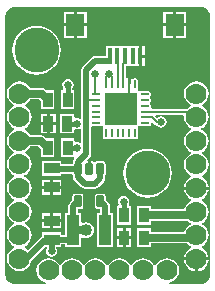
<source format=gtl>
G04 Layer_Physical_Order=1*
G04 Layer_Color=6120410*
%FSAX24Y24*%
%MOIN*%
G70*
G01*
G75*
%ADD10R,0.0374X0.0532*%
%ADD11R,0.1055X0.1055*%
%ADD12O,0.0315X0.0079*%
%ADD13O,0.0079X0.0315*%
%ADD14R,0.0532X0.0374*%
%ADD15R,0.0433X0.1024*%
G04:AMPARAMS|DCode=16|XSize=23.6mil|YSize=39.4mil|CornerRadius=2mil|HoleSize=0mil|Usage=FLASHONLY|Rotation=0.000|XOffset=0mil|YOffset=0mil|HoleType=Round|Shape=RoundedRectangle|*
%AMROUNDEDRECTD16*
21,1,0.0236,0.0354,0,0,0.0*
21,1,0.0196,0.0394,0,0,0.0*
1,1,0.0040,0.0098,-0.0177*
1,1,0.0040,-0.0098,-0.0177*
1,1,0.0040,-0.0098,0.0177*
1,1,0.0040,0.0098,0.0177*
%
%ADD16ROUNDEDRECTD16*%
%ADD17R,0.0335X0.0512*%
%ADD18R,0.0630X0.0748*%
%ADD19R,0.0157X0.0532*%
%ADD20C,0.0200*%
%ADD21C,0.0080*%
%ADD22C,0.0150*%
%ADD23C,0.0060*%
%ADD24C,0.0250*%
%ADD25C,0.0250*%
%ADD26C,0.0400*%
%ADD27C,0.1500*%
%ADD28C,0.0700*%
G36*
X041051Y034084D02*
X041114Y034058D01*
X041171Y034020D01*
X041220Y033971D01*
X041258Y033914D01*
X041284Y033851D01*
X041297Y033784D01*
Y033750D01*
Y025200D01*
Y025166D01*
X041284Y025099D01*
X041258Y025036D01*
X041220Y024979D01*
X041171Y024930D01*
X041114Y024892D01*
X041051Y024866D01*
X040984Y024853D01*
X039930D01*
X039927Y024903D01*
X039947Y024906D01*
X040047Y024947D01*
X040132Y025013D01*
X040198Y025098D01*
X040239Y025198D01*
X040254Y025305D01*
X040239Y025412D01*
X040198Y025512D01*
X040132Y025597D01*
X040047Y025663D01*
X039947Y025704D01*
X039840Y025719D01*
X039733Y025704D01*
X039633Y025663D01*
X039548Y025597D01*
X039482Y025512D01*
X039467Y025476D01*
X039413D01*
X039398Y025512D01*
X039332Y025597D01*
X039247Y025663D01*
X039147Y025704D01*
X039040Y025719D01*
X038933Y025704D01*
X038833Y025663D01*
X038748Y025597D01*
X038682Y025512D01*
X038675Y025495D01*
X038625D01*
X038618Y025512D01*
X038552Y025597D01*
X038467Y025663D01*
X038367Y025704D01*
X038260Y025719D01*
X038153Y025704D01*
X038053Y025663D01*
X037968Y025597D01*
X037902Y025512D01*
X037887Y025476D01*
X037833D01*
X037818Y025512D01*
X037752Y025597D01*
X037667Y025663D01*
X037567Y025704D01*
X037460Y025719D01*
X037353Y025704D01*
X037253Y025663D01*
X037168Y025597D01*
X037102Y025512D01*
X037095Y025495D01*
X037045D01*
X037038Y025512D01*
X036972Y025597D01*
X036887Y025663D01*
X036787Y025704D01*
X036680Y025719D01*
X036573Y025704D01*
X036473Y025663D01*
X036388Y025597D01*
X036322Y025512D01*
X036315Y025495D01*
X036265D01*
X036258Y025512D01*
X036192Y025597D01*
X036107Y025663D01*
X036007Y025704D01*
X035900Y025719D01*
X035793Y025704D01*
X035693Y025663D01*
X035608Y025597D01*
X035542Y025512D01*
X035501Y025412D01*
X035486Y025305D01*
X035501Y025198D01*
X035542Y025098D01*
X035608Y025013D01*
X035693Y024947D01*
X035793Y024906D01*
X035813Y024903D01*
X035810Y024853D01*
X034766D01*
X034699Y024866D01*
X034636Y024892D01*
X034579Y024930D01*
X034530Y024979D01*
X034492Y025036D01*
X034466Y025099D01*
X034453Y025166D01*
Y025200D01*
Y033750D01*
Y033784D01*
X034466Y033851D01*
X034492Y033914D01*
X034530Y033971D01*
X034579Y034020D01*
X034636Y034058D01*
X034699Y034084D01*
X034766Y034097D01*
X040984D01*
X041051Y034084D01*
D02*
G37*
%LPC*%
G36*
X036326Y027212D02*
X036050D01*
Y027015D01*
X036326D01*
Y027212D01*
D02*
G37*
G36*
X041232Y028000D02*
X040418D01*
X040426Y027943D01*
X040467Y027843D01*
X040533Y027758D01*
X040618Y027692D01*
X040647Y027680D01*
Y027630D01*
X040618Y027618D01*
X040533Y027552D01*
X040467Y027467D01*
X040426Y027367D01*
X040422Y027339D01*
X039312D01*
Y027466D01*
X038857D01*
Y026834D01*
X039312D01*
Y026961D01*
X040541D01*
X040618Y026902D01*
X040635Y026895D01*
Y026845D01*
X040618Y026838D01*
X040533Y026772D01*
X040467Y026687D01*
X040426Y026589D01*
X039312D01*
Y026716D01*
X038857D01*
Y026084D01*
X039312D01*
Y026211D01*
X040514D01*
X040533Y026188D01*
X040618Y026122D01*
X040647Y026110D01*
Y026060D01*
X040618Y026048D01*
X040533Y025982D01*
X040467Y025897D01*
X040426Y025797D01*
X040418Y025740D01*
X041232D01*
X041224Y025797D01*
X041183Y025897D01*
X041117Y025982D01*
X041032Y026048D01*
X041003Y026060D01*
Y026110D01*
X041032Y026122D01*
X041117Y026188D01*
X041183Y026273D01*
X041224Y026373D01*
X041239Y026480D01*
X041224Y026587D01*
X041183Y026687D01*
X041117Y026772D01*
X041032Y026838D01*
X041015Y026845D01*
Y026895D01*
X041032Y026902D01*
X041117Y026968D01*
X041183Y027053D01*
X041224Y027153D01*
X041239Y027260D01*
X041224Y027367D01*
X041183Y027467D01*
X041117Y027552D01*
X041032Y027618D01*
X041003Y027630D01*
Y027680D01*
X041032Y027692D01*
X041117Y027758D01*
X041183Y027843D01*
X041224Y027943D01*
X041232Y028000D01*
D02*
G37*
G36*
X038400Y027789D02*
X038328Y027774D01*
X038267Y027733D01*
X038226Y027672D01*
X038211Y027600D01*
X038226Y027528D01*
X038234Y027516D01*
X038207Y027466D01*
X038188D01*
Y026834D01*
X038643D01*
Y027466D01*
X038593D01*
X038566Y027516D01*
X038574Y027528D01*
X038589Y027600D01*
X038574Y027672D01*
X038533Y027733D01*
X038472Y027774D01*
X038400Y027789D01*
D02*
G37*
G36*
X035950Y027212D02*
X035674D01*
Y027015D01*
X035950D01*
Y027212D01*
D02*
G37*
G36*
X036326Y028035D02*
X036050D01*
Y027838D01*
X036326D01*
Y028035D01*
D02*
G37*
G36*
X035950Y028332D02*
X035674D01*
Y028135D01*
X035950D01*
Y028332D01*
D02*
G37*
G36*
X039200Y029364D02*
X039041Y029348D01*
X038889Y029302D01*
X038748Y029227D01*
X038624Y029126D01*
X038523Y029002D01*
X038448Y028861D01*
X038402Y028709D01*
X038386Y028550D01*
X038402Y028391D01*
X038448Y028239D01*
X038523Y028098D01*
X038624Y027974D01*
X038748Y027873D01*
X038889Y027798D01*
X039041Y027752D01*
X039200Y027736D01*
X039359Y027752D01*
X039511Y027798D01*
X039652Y027873D01*
X039776Y027974D01*
X039877Y028098D01*
X039952Y028239D01*
X039998Y028391D01*
X040014Y028550D01*
X039998Y028709D01*
X039952Y028861D01*
X039877Y029002D01*
X039776Y029126D01*
X039652Y029227D01*
X039511Y029302D01*
X039359Y029348D01*
X039200Y029364D01*
D02*
G37*
G36*
X035950Y028035D02*
X035674D01*
Y027838D01*
X035950D01*
Y028035D01*
D02*
G37*
G36*
X036326Y026915D02*
X036050D01*
Y026718D01*
X036326D01*
Y026915D01*
D02*
G37*
G36*
X037722Y027867D02*
X037526D01*
X037495Y027861D01*
X037468Y027843D01*
X037451Y027817D01*
X037444Y027785D01*
Y027432D01*
X037451Y027401D01*
X037468Y027374D01*
X037495Y027356D01*
X037526Y027350D01*
X037618D01*
Y027222D01*
X037505D01*
Y026078D01*
X038058D01*
Y027222D01*
X037945D01*
Y027451D01*
X037932Y027514D01*
X037897Y027567D01*
X037804Y027660D01*
Y027785D01*
X037797Y027817D01*
X037780Y027843D01*
X037753Y027861D01*
X037722Y027867D01*
D02*
G37*
G36*
X038365Y026350D02*
X038188D01*
Y026084D01*
X038365D01*
Y026350D01*
D02*
G37*
G36*
X040775Y025640D02*
X040418D01*
X040426Y025583D01*
X040467Y025483D01*
X040533Y025398D01*
X040618Y025332D01*
X040718Y025291D01*
X040775Y025283D01*
Y025640D01*
D02*
G37*
G36*
X041232D02*
X040875D01*
Y025283D01*
X040932Y025291D01*
X041032Y025332D01*
X041117Y025398D01*
X041183Y025483D01*
X041224Y025583D01*
X041232Y025640D01*
D02*
G37*
G36*
X038643Y026716D02*
X038465D01*
Y026450D01*
X038643D01*
Y026716D01*
D02*
G37*
G36*
X035950Y026915D02*
X035674D01*
Y026718D01*
X035950D01*
Y026915D01*
D02*
G37*
G36*
X038643Y026350D02*
X038465D01*
Y026084D01*
X038643D01*
Y026350D01*
D02*
G37*
G36*
X038365Y026716D02*
X038188D01*
Y026450D01*
X038365D01*
Y026716D01*
D02*
G37*
G36*
X036326Y028332D02*
X036050D01*
Y028135D01*
X036326D01*
Y028332D01*
D02*
G37*
G36*
X037171Y033453D02*
X036846D01*
Y033069D01*
X037171D01*
Y033453D01*
D02*
G37*
G36*
X040054D02*
X039729D01*
Y033069D01*
X040054D01*
Y033453D01*
D02*
G37*
G36*
X039101Y032776D02*
X039012D01*
Y032500D01*
X039101D01*
Y032776D01*
D02*
G37*
G36*
X036746Y033453D02*
X036421D01*
Y033069D01*
X036746D01*
Y033453D01*
D02*
G37*
G36*
X040479D02*
X040154D01*
Y033069D01*
X040479D01*
Y033453D01*
D02*
G37*
G36*
X040054Y033937D02*
X039729D01*
Y033553D01*
X040054D01*
Y033937D01*
D02*
G37*
G36*
X040479D02*
X040154D01*
Y033553D01*
X040479D01*
Y033937D01*
D02*
G37*
G36*
X036746D02*
X036421D01*
Y033553D01*
X036746D01*
Y033937D01*
D02*
G37*
G36*
X037171D02*
X036846D01*
Y033553D01*
X037171D01*
Y033937D01*
D02*
G37*
G36*
X035835Y030526D02*
X035638D01*
Y030250D01*
X035835D01*
Y030526D01*
D02*
G37*
G36*
X036132D02*
X035935D01*
Y030250D01*
X036132D01*
Y030526D01*
D02*
G37*
G36*
X035835Y030150D02*
X035638D01*
Y029874D01*
X035835D01*
Y030150D01*
D02*
G37*
G36*
X036132D02*
X035935D01*
Y029874D01*
X036132D01*
Y030150D01*
D02*
G37*
G36*
X038912Y032776D02*
X037799D01*
Y032463D01*
X037450D01*
X037388Y032451D01*
X037335Y032415D01*
X037035Y032115D01*
X036999Y032062D01*
X036987Y032000D01*
Y030995D01*
Y030391D01*
X036937Y030364D01*
X036922Y030374D01*
X036850Y030389D01*
X036812Y030381D01*
X036762Y030419D01*
Y030526D01*
X036268D01*
Y029874D01*
X036762D01*
Y029981D01*
X036812Y030019D01*
X036850Y030011D01*
X036922Y030026D01*
X036937Y030036D01*
X036987Y030009D01*
Y029591D01*
X036937Y029564D01*
X036922Y029574D01*
X036850Y029589D01*
X036812Y029581D01*
X036762Y029619D01*
Y029716D01*
X036307D01*
Y029084D01*
X036724D01*
X036733Y029084D01*
X036748Y029060D01*
X036756Y029034D01*
X036725Y028988D01*
X036713Y028926D01*
Y028915D01*
X036703Y028899D01*
X036696Y028868D01*
Y028854D01*
X036326D01*
Y028962D01*
X035674D01*
Y028468D01*
X036326D01*
Y028528D01*
X036696D01*
Y028515D01*
X036703Y028483D01*
X036713Y028468D01*
Y028424D01*
X036725Y028362D01*
X036761Y028309D01*
X036985Y028085D01*
X037038Y028049D01*
X037100Y028037D01*
X037450D01*
X037512Y028049D01*
X037565Y028085D01*
X037739Y028259D01*
X037775Y028312D01*
X037787Y028374D01*
Y028468D01*
X037797Y028483D01*
X037804Y028515D01*
Y028868D01*
X037797Y028899D01*
X037780Y028926D01*
X037753Y028944D01*
X037722Y028950D01*
X037526D01*
X037495Y028944D01*
X037468Y028926D01*
X037466Y028922D01*
X037408D01*
X037406Y028926D01*
X037379Y028944D01*
X037348Y028950D01*
X037300D01*
Y028691D01*
X037200D01*
Y028953D01*
X037180Y029000D01*
X037265Y029085D01*
X037301Y029138D01*
X037313Y029200D01*
Y030074D01*
X037363Y030109D01*
X037375Y030107D01*
X037611D01*
X037650Y030114D01*
X037662Y030123D01*
X037712Y030112D01*
X037723Y030062D01*
X037714Y030050D01*
X037707Y030011D01*
Y029775D01*
X037714Y029736D01*
X037736Y029703D01*
X037769Y029681D01*
X037808Y029673D01*
X037847Y029681D01*
X037880Y029703D01*
X037933D01*
X037966Y029681D01*
X038005Y029673D01*
X038043Y029681D01*
X038076Y029703D01*
X038130D01*
X038163Y029681D01*
X038202Y029673D01*
X038240Y029681D01*
X038273Y029703D01*
X038327D01*
X038360Y029681D01*
X038398Y029673D01*
X038437Y029681D01*
X038470Y029703D01*
X038524D01*
X038556Y029681D01*
X038595Y029673D01*
X038634Y029681D01*
X038667Y029703D01*
X038720D01*
X038753Y029681D01*
X038792Y029673D01*
X038831Y029681D01*
X038864Y029703D01*
X038886Y029736D01*
X038893Y029775D01*
Y030011D01*
X038886Y030050D01*
X038877Y030062D01*
X038888Y030112D01*
X038938Y030123D01*
X038950Y030114D01*
X038989Y030107D01*
X039225D01*
X039264Y030114D01*
X039297Y030136D01*
X039319Y030169D01*
X039327Y030208D01*
X039326Y030209D01*
X039372Y030233D01*
X039428Y030178D01*
X039461Y030156D01*
X039495Y030149D01*
X039517Y030117D01*
X039578Y030076D01*
X039650Y030061D01*
X039722Y030076D01*
X039783Y030117D01*
X039824Y030178D01*
X039839Y030250D01*
X039824Y030322D01*
X039783Y030383D01*
X039722Y030424D01*
X039650Y030439D01*
X039578Y030424D01*
X039517Y030383D01*
X039511Y030383D01*
X039445Y030450D01*
X039465Y030500D01*
X040384D01*
X040417Y030462D01*
X040411Y030420D01*
X040426Y030313D01*
X040467Y030213D01*
X040533Y030128D01*
X040618Y030062D01*
X040654Y030047D01*
Y029993D01*
X040618Y029978D01*
X040533Y029912D01*
X040467Y029827D01*
X040426Y029727D01*
X040411Y029620D01*
X040426Y029513D01*
X040467Y029413D01*
X040533Y029328D01*
X040618Y029262D01*
X040635Y029255D01*
Y029205D01*
X040618Y029198D01*
X040533Y029132D01*
X040467Y029047D01*
X040426Y028947D01*
X040411Y028840D01*
X040426Y028733D01*
X040467Y028633D01*
X040533Y028548D01*
X040618Y028482D01*
X040647Y028470D01*
Y028420D01*
X040618Y028408D01*
X040533Y028342D01*
X040467Y028257D01*
X040426Y028157D01*
X040418Y028100D01*
X041232D01*
X041224Y028157D01*
X041183Y028257D01*
X041117Y028342D01*
X041032Y028408D01*
X041003Y028420D01*
Y028470D01*
X041032Y028482D01*
X041117Y028548D01*
X041183Y028633D01*
X041224Y028733D01*
X041239Y028840D01*
X041224Y028947D01*
X041183Y029047D01*
X041117Y029132D01*
X041032Y029198D01*
X041015Y029205D01*
Y029255D01*
X041032Y029262D01*
X041117Y029328D01*
X041183Y029413D01*
X041224Y029513D01*
X041239Y029620D01*
X041224Y029727D01*
X041183Y029827D01*
X041117Y029912D01*
X041032Y029978D01*
X040996Y029993D01*
Y030047D01*
X041032Y030062D01*
X041117Y030128D01*
X041183Y030213D01*
X041224Y030313D01*
X041239Y030420D01*
X041224Y030527D01*
X041183Y030627D01*
X041117Y030712D01*
X041032Y030778D01*
X041015Y030785D01*
Y030835D01*
X041032Y030842D01*
X041117Y030908D01*
X041183Y030993D01*
X041224Y031093D01*
X041239Y031200D01*
X041224Y031307D01*
X041183Y031407D01*
X041117Y031492D01*
X041032Y031558D01*
X040932Y031599D01*
X040825Y031614D01*
X040718Y031599D01*
X040618Y031558D01*
X040533Y031492D01*
X040467Y031407D01*
X040426Y031307D01*
X040411Y031200D01*
X040426Y031093D01*
X040467Y030993D01*
X040533Y030908D01*
X040618Y030842D01*
X040635Y030835D01*
Y030785D01*
X040618Y030778D01*
X040533Y030712D01*
X040526Y030704D01*
X039341D01*
X039315Y030754D01*
X039319Y030760D01*
X039327Y030798D01*
X039319Y030837D01*
X039297Y030870D01*
Y030924D01*
X039319Y030956D01*
X039327Y030995D01*
X039319Y031034D01*
X039297Y031067D01*
Y031120D01*
X039319Y031153D01*
X039327Y031192D01*
X039319Y031231D01*
X039297Y031264D01*
X039264Y031286D01*
X039225Y031293D01*
X038989D01*
X038950Y031286D01*
X038938Y031277D01*
X038888Y031288D01*
X038877Y031338D01*
X038886Y031350D01*
X038893Y031389D01*
Y031625D01*
X038886Y031664D01*
X038864Y031697D01*
X038831Y031719D01*
X038792Y031727D01*
X038753Y031719D01*
X038720Y031697D01*
X038667D01*
X038645Y031711D01*
Y031507D01*
X038545D01*
Y031711D01*
X038540Y031708D01*
X038490Y031730D01*
X038490Y031730D01*
Y032124D01*
X038912D01*
Y032450D01*
Y032776D01*
D02*
G37*
G36*
X035500Y033464D02*
X035341Y033448D01*
X035189Y033402D01*
X035048Y033327D01*
X034924Y033226D01*
X034823Y033102D01*
X034748Y032961D01*
X034702Y032809D01*
X034686Y032650D01*
X034702Y032491D01*
X034748Y032339D01*
X034823Y032198D01*
X034924Y032074D01*
X035048Y031973D01*
X035189Y031898D01*
X035341Y031852D01*
X035500Y031836D01*
X035659Y031852D01*
X035811Y031898D01*
X035952Y031973D01*
X036076Y032074D01*
X036177Y032198D01*
X036252Y032339D01*
X036298Y032491D01*
X036314Y032650D01*
X036298Y032809D01*
X036252Y032961D01*
X036177Y033102D01*
X036076Y033226D01*
X035952Y033327D01*
X035811Y033402D01*
X035659Y033448D01*
X035500Y033464D01*
D02*
G37*
G36*
X039101Y032400D02*
X039012D01*
Y032124D01*
X039101D01*
Y032400D01*
D02*
G37*
G36*
X034925Y031614D02*
X034818Y031599D01*
X034718Y031558D01*
X034633Y031492D01*
X034567Y031407D01*
X034526Y031307D01*
X034511Y031200D01*
X034526Y031093D01*
X034567Y030993D01*
X034633Y030908D01*
X034718Y030842D01*
X034735Y030835D01*
Y030785D01*
X034718Y030778D01*
X034633Y030712D01*
X034567Y030627D01*
X034526Y030527D01*
X034511Y030420D01*
X034526Y030313D01*
X034567Y030213D01*
X034633Y030128D01*
X034718Y030062D01*
X034747Y030050D01*
Y030000D01*
X034718Y029988D01*
X034633Y029922D01*
X034567Y029837D01*
X034526Y029737D01*
X034511Y029630D01*
X034526Y029523D01*
X034567Y029423D01*
X034633Y029338D01*
X034718Y029272D01*
X034735Y029265D01*
Y029215D01*
X034718Y029208D01*
X034633Y029142D01*
X034567Y029057D01*
X034526Y028957D01*
X034511Y028850D01*
X034526Y028743D01*
X034567Y028643D01*
X034633Y028558D01*
X034718Y028492D01*
X034754Y028477D01*
Y028423D01*
X034718Y028408D01*
X034633Y028342D01*
X034567Y028257D01*
X034526Y028157D01*
X034511Y028050D01*
X034526Y027943D01*
X034567Y027843D01*
X034633Y027758D01*
X034718Y027692D01*
X034735Y027685D01*
Y027635D01*
X034718Y027628D01*
X034633Y027562D01*
X034567Y027477D01*
X034526Y027377D01*
X034511Y027270D01*
X034526Y027163D01*
X034567Y027063D01*
X034633Y026978D01*
X034718Y026912D01*
X034735Y026905D01*
Y026855D01*
X034718Y026848D01*
X034633Y026782D01*
X034567Y026697D01*
X034526Y026597D01*
X034511Y026490D01*
X034526Y026383D01*
X034567Y026283D01*
X034633Y026198D01*
X034718Y026132D01*
X034747Y026120D01*
Y026070D01*
X034718Y026058D01*
X034633Y025992D01*
X034567Y025907D01*
X034526Y025807D01*
X034511Y025700D01*
X034526Y025593D01*
X034567Y025493D01*
X034633Y025408D01*
X034718Y025342D01*
X034818Y025301D01*
X034925Y025286D01*
X035032Y025301D01*
X035132Y025342D01*
X035217Y025408D01*
X035283Y025493D01*
X035324Y025593D01*
X035332Y025651D01*
X035769Y026088D01*
X035837D01*
Y026039D01*
X035826Y026022D01*
X035811Y025950D01*
X035826Y025878D01*
X035867Y025817D01*
X035928Y025776D01*
X036000Y025761D01*
X036072Y025776D01*
X036133Y025817D01*
X036174Y025878D01*
X036189Y025950D01*
X036174Y026022D01*
X036163Y026039D01*
Y026088D01*
X036326D01*
Y026172D01*
X036442D01*
Y026078D01*
X036995D01*
Y026381D01*
X037045Y026412D01*
X037082Y026397D01*
X037150Y026388D01*
X037218Y026397D01*
X037281Y026423D01*
X037335Y026465D01*
X037377Y026519D01*
X037403Y026582D01*
X037412Y026650D01*
X037403Y026718D01*
X037377Y026781D01*
X037335Y026835D01*
X037281Y026877D01*
X037218Y026903D01*
X037150Y026912D01*
X037082Y026903D01*
X037045Y026888D01*
X036995Y026919D01*
Y027222D01*
X036882D01*
Y027350D01*
X036974D01*
X037005Y027356D01*
X037032Y027374D01*
X037049Y027401D01*
X037056Y027432D01*
Y027785D01*
X037049Y027817D01*
X037032Y027843D01*
X037005Y027861D01*
X036974Y027867D01*
X036778D01*
X036747Y027861D01*
X036720Y027843D01*
X036703Y027817D01*
X036696Y027785D01*
Y027660D01*
X036603Y027567D01*
X036568Y027514D01*
X036555Y027451D01*
Y027222D01*
X036442D01*
Y026498D01*
X036326D01*
Y026582D01*
X035674D01*
Y026453D01*
X035670Y026450D01*
X035214Y025995D01*
X035132Y026058D01*
X035103Y026070D01*
Y026120D01*
X035132Y026132D01*
X035217Y026198D01*
X035283Y026283D01*
X035324Y026383D01*
X035339Y026490D01*
X035324Y026597D01*
X035283Y026697D01*
X035217Y026782D01*
X035132Y026848D01*
X035115Y026855D01*
Y026905D01*
X035132Y026912D01*
X035217Y026978D01*
X035283Y027063D01*
X035324Y027163D01*
X035339Y027270D01*
X035324Y027377D01*
X035283Y027477D01*
X035217Y027562D01*
X035132Y027628D01*
X035115Y027635D01*
Y027685D01*
X035132Y027692D01*
X035217Y027758D01*
X035283Y027843D01*
X035324Y027943D01*
X035339Y028050D01*
X035324Y028157D01*
X035283Y028257D01*
X035217Y028342D01*
X035132Y028408D01*
X035096Y028423D01*
Y028477D01*
X035132Y028492D01*
X035217Y028558D01*
X035283Y028643D01*
X035324Y028743D01*
X035339Y028850D01*
X035324Y028957D01*
X035283Y029057D01*
X035217Y029142D01*
X035132Y029208D01*
X035115Y029215D01*
Y029265D01*
X035132Y029272D01*
X035217Y029338D01*
X035283Y029423D01*
X035291Y029441D01*
X035557D01*
X035638Y029361D01*
Y029084D01*
X036093D01*
Y029716D01*
X035816D01*
X035769Y029763D01*
X035708Y029804D01*
X035635Y029819D01*
X035291D01*
X035283Y029837D01*
X035217Y029922D01*
X035132Y029988D01*
X035103Y030000D01*
Y030050D01*
X035132Y030062D01*
X035217Y030128D01*
X035283Y030213D01*
X035324Y030313D01*
X035339Y030420D01*
X035324Y030527D01*
X035283Y030627D01*
X035217Y030712D01*
X035132Y030778D01*
X035115Y030785D01*
Y030835D01*
X035132Y030842D01*
X035217Y030908D01*
X035283Y030993D01*
X035291Y031011D01*
X035587D01*
X035638Y030961D01*
Y030684D01*
X036093D01*
Y031316D01*
X035816D01*
X035799Y031333D01*
X035738Y031374D01*
X035665Y031389D01*
X035291D01*
X035283Y031407D01*
X035217Y031492D01*
X035132Y031558D01*
X035032Y031599D01*
X034925Y031614D01*
D02*
G37*
G36*
X036550Y031689D02*
X036478Y031674D01*
X036417Y031633D01*
X036376Y031572D01*
X036361Y031500D01*
X036376Y031428D01*
X036397Y031396D01*
Y031316D01*
X036307D01*
Y030684D01*
X036762D01*
Y031316D01*
X036691D01*
X036682Y031366D01*
X036683Y031367D01*
X036724Y031428D01*
X036739Y031500D01*
X036724Y031572D01*
X036683Y031633D01*
X036622Y031674D01*
X036550Y031689D01*
D02*
G37*
%LPD*%
D10*
X035885Y030200D02*
D03*
X036515D02*
D03*
D11*
X038300Y030700D02*
D03*
D12*
X039107Y031192D02*
D03*
Y030995D02*
D03*
Y030798D02*
D03*
Y030602D02*
D03*
Y030405D02*
D03*
Y030208D02*
D03*
X037493D02*
D03*
Y030405D02*
D03*
Y030602D02*
D03*
Y030798D02*
D03*
Y030995D02*
D03*
Y031192D02*
D03*
D13*
X038792Y029893D02*
D03*
X038595D02*
D03*
X038398D02*
D03*
X038202D02*
D03*
X038005D02*
D03*
X037808D02*
D03*
Y031507D02*
D03*
X038005D02*
D03*
X038202D02*
D03*
X038398D02*
D03*
X038595D02*
D03*
X038792D02*
D03*
D14*
X036000Y028085D02*
D03*
Y028715D02*
D03*
Y026965D02*
D03*
Y026335D02*
D03*
D15*
X036718Y026650D02*
D03*
X037782D02*
D03*
D16*
X037624Y027609D02*
D03*
X036876D02*
D03*
Y028691D02*
D03*
X037250D02*
D03*
X037624D02*
D03*
D17*
X035865Y031000D02*
D03*
X036535D02*
D03*
X035865Y029400D02*
D03*
X036535D02*
D03*
X038415Y026400D02*
D03*
X039085D02*
D03*
X039085Y027150D02*
D03*
X038415D02*
D03*
D18*
X036796Y033503D02*
D03*
X040104D02*
D03*
D19*
X037938Y032450D02*
D03*
X038194D02*
D03*
X038450D02*
D03*
X038706D02*
D03*
X038962D02*
D03*
D20*
X037150Y032000D02*
X037450Y032300D01*
X037150Y030995D02*
Y032000D01*
Y029200D02*
Y030995D01*
X037450Y032300D02*
X037900D01*
X036876Y028926D02*
X037150Y029200D01*
X036876Y028691D02*
Y028926D01*
X036718Y027451D02*
X036876Y027609D01*
X036718Y026650D02*
Y027451D01*
X035785Y026335D02*
X036000D01*
X035150Y025700D02*
X035785Y026335D01*
X034925Y025700D02*
X035150D01*
X036000Y026335D02*
X036718D01*
X036000Y025950D02*
Y026335D01*
X036718D02*
Y026650D01*
X036719Y026650D01*
X037624Y028374D02*
Y028691D01*
X037450Y028200D02*
X037624Y028374D01*
X037100Y028200D02*
X037450D01*
X036876Y028424D02*
X037100Y028200D01*
X036876Y028424D02*
Y028691D01*
X036000Y028715D02*
X036024Y028691D01*
X036876D01*
X037624Y027609D02*
X037782Y027451D01*
Y026650D02*
Y027451D01*
D21*
X039500Y030250D02*
X039650D01*
X039345Y030405D02*
X039500Y030250D01*
X039107Y030405D02*
X039345D01*
X039107Y030602D02*
X040643D01*
X040825Y030420D01*
X038300Y030700D02*
X038595Y030995D01*
Y031507D01*
X038005D02*
Y031745D01*
X037900Y031850D02*
X038005Y031745D01*
X037808Y031758D02*
X037900Y031850D01*
X037808Y031507D02*
Y031758D01*
X037450Y031235D02*
Y031850D01*
D22*
X036535Y029400D02*
X036850D01*
X036515Y030200D02*
X036850D01*
X036535Y031485D02*
X036550Y031500D01*
X036535Y031000D02*
Y031485D01*
X038400Y027165D02*
X038415Y027150D01*
X038400Y027165D02*
Y027600D01*
D23*
X037150Y030995D02*
X037493D01*
X038398Y032198D02*
X038450Y032250D01*
X038398Y031507D02*
Y032198D01*
X038450Y032250D02*
Y032450D01*
X038194D02*
X038202Y032443D01*
Y031507D02*
Y032443D01*
D24*
X036719Y026650D02*
X037150D01*
X034925Y031200D02*
X035665D01*
X035865Y031000D01*
X034925Y029630D02*
X035635D01*
X035865Y029400D01*
X040715Y027150D02*
X040825Y027260D01*
X039085Y027150D02*
X040715D01*
X040745Y026400D02*
X040825Y026480D01*
X039085Y026400D02*
X040745D01*
D25*
X039650Y030250D02*
D03*
X037900Y031850D02*
D03*
X037450D02*
D03*
X036550Y031500D02*
D03*
X036850Y030200D02*
D03*
Y029400D02*
D03*
X036000Y025950D02*
D03*
X038400Y027600D02*
D03*
D26*
X037150Y026650D02*
D03*
D27*
X035500Y032650D02*
D03*
X039200Y028550D02*
D03*
D28*
X034925Y031200D02*
D03*
Y030420D02*
D03*
Y029630D02*
D03*
Y028850D02*
D03*
Y028050D02*
D03*
Y027270D02*
D03*
Y026490D02*
D03*
Y025700D02*
D03*
X035900Y025305D02*
D03*
X036680D02*
D03*
X037460D02*
D03*
X038260D02*
D03*
X039040D02*
D03*
X039840D02*
D03*
X040825Y025690D02*
D03*
Y026480D02*
D03*
Y027260D02*
D03*
Y028050D02*
D03*
Y028840D02*
D03*
Y029620D02*
D03*
Y030420D02*
D03*
Y031200D02*
D03*
M02*

</source>
